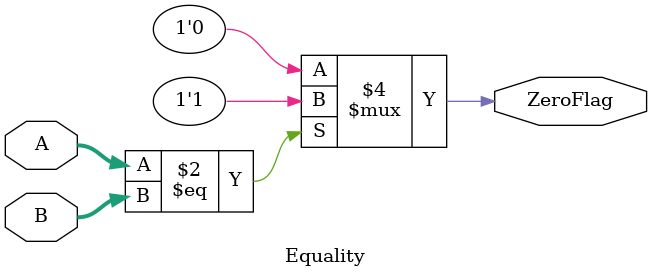
<source format=v>
module Equality(A, B, ZeroFlag);  
input  [7:0] A;  
input  [7:0] B;  
output ZeroFlag;
reg ZeroFlag;

always @( A or B)
begin 
if(A ==B)
ZeroFlag = 1;
else 
ZeroFlag =0;

end
endmodule  
</source>
